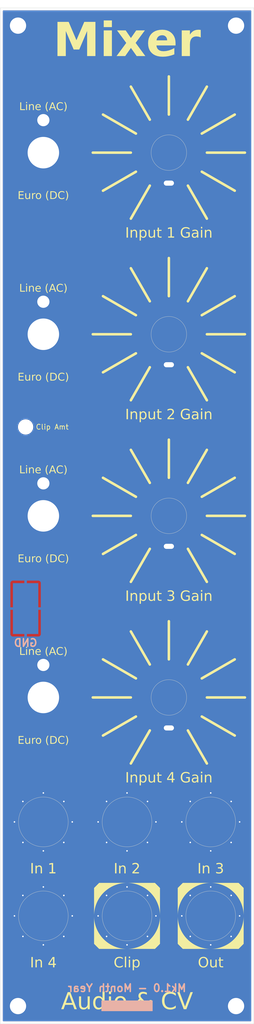
<source format=kicad_pcb>
(kicad_pcb (version 20240108) (generator "pcbnew") (generator_version "8.0")
  (title_block (title "Kosmo Format Front Panel - 5 cm") (company "DMH Instruments"))
  (layers (0 "F.Cu" signal) (31 "B.Cu" signal) (34 "B.Paste" user) (35 "F.Paste" user) (36 "B.SilkS" user "B.Silkscreen") (37 "F.SilkS" user "F.Silkscreen") (38 "B.Mask" user) (39 "F.Mask" user) (44 "Edge.Cuts" user))
  (net 0 "")
  (net 1 "GND")
  (footprint "SynthStuff:MountingHole_Rails" (layer "F.Cu") (at 53.5 226.5)
    (property "Reference" "H3")
    (property "Value" "MountingHole_Rails" (hide yes))
    (pad "1" thru_hole circle (at 0 0) (size 4 4) (drill 3.2) (layers "*.Cu" "*.Mask") (net 1 "GND"))
  )
  (footprint "SynthStuff:Toggle_Switch_Cutout" (layer "F.Cu") (at 58.5 130)
    (property "Reference" "H18")
    (property "Value" "Input 3 Line/10Vpp" (hide yes))
    (pad "1" thru_hole circle (at 0 -6.4) (size 2.9 2.9) (drill 2.4) (layers "*.Cu" "*.Mask") (net 1 "GND"))
    (pad "1" thru_hole circle (at 0 0) (size 13 13) (drill 6.2) (layers "*.Cu" "*.Mask") (net 1 "GND"))
  )
  (footprint "SynthStuff:Jack_6.35mm_Cutout_Output_v6" (layer "F.Cu") (at 91.5 208.75)
    (property "Reference" "H8")
    (property "Value" "Out" (at 0 9.3 0) (layer "F.SilkS") (effects (font (size 2 2))))
    (fp_poly (pts (xy -6.5 5.5) (arc (start -6.5 0) (mid -4.596194 4.596194) (end 0 6.5)) (xy -5.5 6.5)) (fill solid) (layer "F.SilkS"))
    (fp_poly (pts (xy -5.5 -6.5) (arc (start 0 -6.5) (mid -4.596194 -4.596194) (end -6.5 0)) (xy -6.5 -5.5)) (fill solid) (layer "F.SilkS"))
    (fp_poly (pts (xy 5.5 6.5) (arc (start 0 6.5) (mid 4.596194 4.596194) (end 6.5 0)) (xy 6.5 5.5)) (fill solid) (layer "F.SilkS"))
    (fp_poly (pts (xy 6.5 -5.5) (arc (start 6.5 0) (mid 4.596194 -4.596194) (end 0 -6.5)) (xy 5.5 -6.5)) (fill solid) (layer "F.SilkS"))
    (fp_circle (center 0 0) (end 0 -4.9) (stroke (width 0.05)) (fill none) (layer "Edge.Cuts"))
    (pad "1" thru_hole circle (at -5.7 0) (size 0.5 0.5) (drill 0.3) (layers "*.Cu" "*.Mask") (net 1 "GND"))
    (pad "1" thru_hole circle (at -4.04 -4.03) (size 0.5 0.5) (drill 0.3) (layers "*.Cu" "*.Mask") (net 1 "GND"))
    (pad "1" thru_hole circle (at -4.03 4.04) (size 0.5 0.5) (drill 0.3) (layers "*.Cu" "*.Mask") (net 1 "GND"))
    (pad "1" thru_hole circle (at 0 -5.7) (size 0.5 0.5) (drill 0.3) (layers "*.Cu" "*.Mask") (net 1 "GND"))
    (pad "1" connect circle (at 0 0) (size 12 12) (layers "F.Cu" "F.Mask") (net 1 "GND"))
    (pad "1" connect circle (at 0 0) (size 12 12) (layers "B.Cu" "B.Mask") (net 1 "GND"))
    (pad "1" thru_hole circle (at 0 5.7) (size 0.5 0.5) (drill 0.3) (layers "*.Cu" "*.Mask") (net 1 "GND"))
    (pad "1" thru_hole circle (at 4.03 4.04) (size 0.5 0.5) (drill 0.3) (layers "*.Cu" "*.Mask") (net 1 "GND"))
    (pad "1" thru_hole circle (at 4.04 -4.03) (size 0.5 0.5) (drill 0.3) (layers "*.Cu" "*.Mask") (net 1 "GND"))
    (pad "1" thru_hole circle (at 5.7 0) (size 0.5 0.5) (drill 0.3) (layers "*.Cu" "*.Mask") (net 1 "GND"))
  )
  (footprint "SynthStuff:Jack_6.35mm_Cutout_v3" (layer "F.Cu") (at 58.5 190.25)
    (property "Reference" "H5")
    (property "Value" "In 1" (at 0 9.3 0) (layer "F.SilkS") (effects (font (size 2 2))))
    (fp_circle (center 0 0) (end 0 -4.9) (stroke (width 0.05)) (fill none) (layer "Edge.Cuts"))
    (pad "1" thru_hole circle (at -5.7 0) (size 0.5 0.5) (drill 0.3) (layers "*.Cu" "*.Mask") (net 1 "GND"))
    (pad "1" thru_hole circle (at -4.04 -4.03) (size 0.5 0.5) (drill 0.3) (layers "*.Cu" "*.Mask") (net 1 "GND"))
    (pad "1" thru_hole circle (at -4.03 4.04) (size 0.5 0.5) (drill 0.3) (layers "*.Cu" "*.Mask") (net 1 "GND"))
    (pad "1" thru_hole circle (at 0 -5.7) (size 0.5 0.5) (drill 0.3) (layers "*.Cu" "*.Mask") (net 1 "GND"))
    (pad "1" connect circle (at 0 0) (size 12 12) (layers "F.Cu" "F.Mask") (net 1 "GND"))
    (pad "1" connect circle (at 0 0) (size 12 12) (layers "B.Cu" "B.Mask") (net 1 "GND"))
    (pad "1" thru_hole circle (at 0 5.7) (size 0.5 0.5) (drill 0.3) (layers "*.Cu" "*.Mask") (net 1 "GND"))
    (pad "1" thru_hole circle (at 4.03 4.04) (size 0.5 0.5) (drill 0.3) (layers "*.Cu" "*.Mask") (net 1 "GND"))
    (pad "1" thru_hole circle (at 4.04 -4.03) (size 0.5 0.5) (drill 0.3) (layers "*.Cu" "*.Mask") (net 1 "GND"))
    (pad "1" thru_hole circle (at 5.7 0) (size 0.5 0.5) (drill 0.3) (layers "*.Cu" "*.Mask") (net 1 "GND"))
  )
  (footprint "SynthStuff:Pot_Cutout_Small" (layer "F.Cu") (at 83.25 130)
    (property "Reference" "H13")
    (property "Value" "Input 3 Gain" (at 0 15.9 0) (layer "F.SilkS") (effects (font (size 2 2))))
    (fp_line (start -7.499998 0) (end -15 0) (stroke (width 0.5)) (layer "F.SilkS"))
    (fp_line (start -6.49301 -3.753771) (end -12.992858 -7.495709) (stroke (width 0.5)) (layer "F.SilkS"))
    (fp_line (start -6.49301 3.753772) (end -12.992781 7.495835) (stroke (width 0.5)) (layer "F.SilkS"))
    (fp_line (start -3.753772 -6.49301) (end -7.495837 -12.992783) (stroke (width 0.5)) (layer "F.SilkS"))
    (fp_line (start -3.753771 6.49301) (end -7.495708 12.992854) (stroke (width 0.5)) (layer "F.SilkS"))
    (fp_line (start 0 -7.5) (end 0 -15) (stroke (width 0.5)) (layer "F.SilkS"))
    (fp_line (start 3.753771 -6.49301) (end 7.495709 -12.992858) (stroke (width 0.5)) (layer "F.SilkS"))
    (fp_line (start 3.753772 6.49301) (end 7.495835 12.992782) (stroke (width 0.5)) (layer "F.SilkS"))
    (fp_line (start 6.49301 -3.753772) (end 12.992783 -7.495836) (stroke (width 0.5)) (layer "F.SilkS"))
    (fp_line (start 6.49301 3.753771) (end 12.992855 7.495709) (stroke (width 0.5)) (layer "F.SilkS"))
    (fp_line (start 7.5 0) (end 14.999999 0) (stroke (width 0.5)) (layer "F.SilkS"))
    (fp_circle (center 0 0) (end 0 3.5) (stroke (width 0.05)) (fill none) (layer "Edge.Cuts"))
    (pad "1" connect circle (at 0 0) (size 12 12) (layers "F.Cu" "F.Mask") (net 1 "GND"))
    (pad "1" connect circle (at 0 0) (size 12 12) (layers "B.Cu" "B.Mask") (net 1 "GND"))
    (pad "1" thru_hole oval (at 0 6) (size 2.5 1.5) (drill oval 2 1) (layers "*.Cu" "*.Mask") (net 1 "GND"))
  )
  (footprint "SynthStuff:Toggle_Switch_Cutout" (layer "F.Cu") (at 58.5 58.5)
    (property "Reference" "H14")
    (property "Value" "Input 1 Line/10Vpp" (hide yes))
    (pad "1" thru_hole circle (at 0 -6.4) (size 2.9 2.9) (drill 2.4) (layers "*.Cu" "*.Mask") (net 1 "GND"))
    (pad "1" thru_hole circle (at 0 0) (size 13 13) (drill 6.2) (layers "*.Cu" "*.Mask") (net 1 "GND"))
  )
  (footprint "SynthStuff:Pot_Cutout_Small" (layer "F.Cu") (at 83.25 58.5)
    (property "Reference" "H11")
    (property "Value" "Input 1 Gain" (at 0 15.9 0) (layer "F.SilkS") (effects (font (size 2 2))))
    (fp_line (start -7.499998 0) (end -15 0) (stroke (width 0.5)) (layer "F.SilkS"))
    (fp_line (start -6.49301 -3.753771) (end -12.992858 -7.495709) (stroke (width 0.5)) (layer "F.SilkS"))
    (fp_line (start -6.49301 3.753772) (end -12.992781 7.495835) (stroke (width 0.5)) (layer "F.SilkS"))
    (fp_line (start -3.753772 -6.49301) (end -7.495837 -12.992783) (stroke (width 0.5)) (layer "F.SilkS"))
    (fp_line (start -3.753771 6.49301) (end -7.495708 12.992854) (stroke (width 0.5)) (layer "F.SilkS"))
    (fp_line (start 0 -7.5) (end 0 -15) (stroke (width 0.5)) (layer "F.SilkS"))
    (fp_line (start 3.753771 -6.49301) (end 7.495709 -12.992858) (stroke (width 0.5)) (layer "F.SilkS"))
    (fp_line (start 3.753772 6.49301) (end 7.495835 12.992782) (stroke (width 0.5)) (layer "F.SilkS"))
    (fp_line (start 6.49301 -3.753772) (end 12.992783 -7.495836) (stroke (width 0.5)) (layer "F.SilkS"))
    (fp_line (start 6.49301 3.753771) (end 12.992855 7.495709) (stroke (width 0.5)) (layer "F.SilkS"))
    (fp_line (start 7.5 0) (end 14.999999 0) (stroke (width 0.5)) (layer "F.SilkS"))
    (fp_circle (center 0 0) (end 0 3.5) (stroke (width 0.05)) (fill none) (layer "Edge.Cuts"))
    (pad "1" connect circle (at 0 0) (size 12 12) (layers "F.Cu" "F.Mask") (net 1 "GND"))
    (pad "1" connect circle (at 0 0) (size 12 12) (layers "B.Cu" "B.Mask") (net 1 "GND"))
    (pad "1" thru_hole oval (at 0 6) (size 2.5 1.5) (drill oval 2 1) (layers "*.Cu" "*.Mask") (net 1 "GND"))
  )
  (footprint "SynthStuff:Jack_6.35mm_Cutout_Output_v6" (layer "F.Cu") (at 75 208.75)
    (property "Reference" "H9")
    (property "Value" "Clip" (at 0 9.3 0) (layer "F.SilkS") (effects (font (size 2 2))))
    (fp_poly (pts (xy -6.5 5.5) (arc (start -6.5 0) (mid -4.596194 4.596194) (end 0 6.5)) (xy -5.5 6.5)) (fill solid) (layer "F.SilkS"))
    (fp_poly (pts (xy -5.5 -6.5) (arc (start 0 -6.5) (mid -4.596194 -4.596194) (end -6.5 0)) (xy -6.5 -5.5)) (fill solid) (layer "F.SilkS"))
    (fp_poly (pts (xy 5.5 6.5) (arc (start 0 6.5) (mid 4.596194 4.596194) (end 6.5 0)) (xy 6.5 5.5)) (fill solid) (layer "F.SilkS"))
    (fp_poly (pts (xy 6.5 -5.5) (arc (start 6.5 0) (mid 4.596194 -4.596194) (end 0 -6.5)) (xy 5.5 -6.5)) (fill solid) (layer "F.SilkS"))
    (fp_circle (center 0 0) (end 0 -4.9) (stroke (width 0.05)) (fill none) (layer "Edge.Cuts"))
    (pad "1" thru_hole circle (at -5.7 0) (size 0.5 0.5) (drill 0.3) (layers "*.Cu" "*.Mask") (net 1 "GND"))
    (pad "1" thru_hole circle (at -4.04 -4.03) (size 0.5 0.5) (drill 0.3) (layers "*.Cu" "*.Mask") (net 1 "GND"))
    (pad "1" thru_hole circle (at -4.03 4.04) (size 0.5 0.5) (drill 0.3) (layers "*.Cu" "*.Mask") (net 1 "GND"))
    (pad "1" thru_hole circle (at 0 -5.7) (size 0.5 0.5) (drill 0.3) (layers "*.Cu" "*.Mask") (net 1 "GND"))
    (pad "1" connect circle (at 0 0) (size 12 12) (layers "F.Cu" "F.Mask") (net 1 "GND"))
    (pad "1" connect circle (at 0 0) (size 12 12) (layers "B.Cu" "B.Mask") (net 1 "GND"))
    (pad "1" thru_hole circle (at 0 5.7) (size 0.5 0.5) (drill 0.3) (layers "*.Cu" "*.Mask") (net 1 "GND"))
    (pad "1" thru_hole circle (at 4.03 4.04) (size 0.5 0.5) (drill 0.3) (layers "*.Cu" "*.Mask") (net 1 "GND"))
    (pad "1" thru_hole circle (at 4.04 -4.03) (size 0.5 0.5) (drill 0.3) (layers "*.Cu" "*.Mask") (net 1 "GND"))
    (pad "1" thru_hole circle (at 5.7 0) (size 0.5 0.5) (drill 0.3) (layers "*.Cu" "*.Mask") (net 1 "GND"))
  )
  (footprint "SynthStuff:Toggle_Switch_Cutout" (layer "F.Cu") (at 58.5 165.75)
    (property "Reference" "H19")
    (property "Value" "Input 4 Line/10Vpp" (hide yes))
    (pad "1" thru_hole circle (at 0 -6.4) (size 2.9 2.9) (drill 2.4) (layers "*.Cu" "*.Mask") (net 1 "GND"))
    (pad "1" thru_hole circle (at 0 0) (size 13 13) (drill 6.2) (layers "*.Cu" "*.Mask") (net 1 "GND"))
  )
  (footprint "SynthStuff:Jack_6.35mm_Cutout_v3" (layer "F.Cu") (at 75 190.25)
    (property "Reference" "H6")
    (property "Value" "In 2" (at 0 9.3 0) (layer "F.SilkS") (effects (font (size 2 2))))
    (fp_circle (center 0 0) (end 0 -4.9) (stroke (width 0.05)) (fill none) (layer "Edge.Cuts"))
    (pad "1" thru_hole circle (at -5.7 0) (size 0.5 0.5) (drill 0.3) (layers "*.Cu" "*.Mask") (net 1 "GND"))
    (pad "1" thru_hole circle (at -4.04 -4.03) (size 0.5 0.5) (drill 0.3) (layers "*.Cu" "*.Mask") (net 1 "GND"))
    (pad "1" thru_hole circle (at -4.03 4.04) (size 0.5 0.5) (drill 0.3) (layers "*.Cu" "*.Mask") (net 1 "GND"))
    (pad "1" thru_hole circle (at 0 -5.7) (size 0.5 0.5) (drill 0.3) (layers "*.Cu" "*.Mask") (net 1 "GND"))
    (pad "1" connect circle (at 0 0) (size 12 12) (layers "F.Cu" "F.Mask") (net 1 "GND"))
    (pad "1" connect circle (at 0 0) (size 12 12) (layers "B.Cu" "B.Mask") (net 1 "GND"))
    (pad "1" thru_hole circle (at 0 5.7) (size 0.5 0.5) (drill 0.3) (layers "*.Cu" "*.Mask") (net 1 "GND"))
    (pad "1" thru_hole circle (at 4.03 4.04) (size 0.5 0.5) (drill 0.3) (layers "*.Cu" "*.Mask") (net 1 "GND"))
    (pad "1" thru_hole circle (at 4.04 -4.03) (size 0.5 0.5) (drill 0.3) (layers "*.Cu" "*.Mask") (net 1 "GND"))
    (pad "1" thru_hole circle (at 5.7 0) (size 0.5 0.5) (drill 0.3) (layers "*.Cu" "*.Mask") (net 1 "GND"))
  )
  (footprint "SynthStuff:Jack_6.35mm_Cutout_v3" (layer "F.Cu") (at 91.5 190.25)
    (property "Reference" "H7")
    (property "Value" "In 3" (at 0 9.3 0) (layer "F.SilkS") (effects (font (size 2 2))))
    (fp_circle (center 0 0) (end 0 -4.9) (stroke (width 0.05)) (fill none) (layer "Edge.Cuts"))
    (pad "1" thru_hole circle (at -5.7 0) (size 0.5 0.5) (drill 0.3) (layers "*.Cu" "*.Mask") (net 1 "GND"))
    (pad "1" thru_hole circle (at -4.04 -4.03) (size 0.5 0.5) (drill 0.3) (layers "*.Cu" "*.Mask") (net 1 "GND"))
    (pad "1" thru_hole circle (at -4.03 4.04) (size 0.5 0.5) (drill 0.3) (layers "*.Cu" "*.Mask") (net 1 "GND"))
    (pad "1" thru_hole circle (at 0 -5.7) (size 0.5 0.5) (drill 0.3) (layers "*.Cu" "*.Mask") (net 1 "GND"))
    (pad "1" connect circle (at 0 0) (size 12 12) (layers "F.Cu" "F.Mask") (net 1 "GND"))
    (pad "1" connect circle (at 0 0) (size 12 12) (layers "B.Cu" "B.Mask") (net 1 "GND"))
    (pad "1" thru_hole circle (at 0 5.7) (size 0.5 0.5) (drill 0.3) (layers "*.Cu" "*.Mask") (net 1 "GND"))
    (pad "1" thru_hole circle (at 4.03 4.04) (size 0.5 0.5) (drill 0.3) (layers "*.Cu" "*.Mask") (net 1 "GND"))
    (pad "1" thru_hole circle (at 4.04 -4.03) (size 0.5 0.5) (drill 0.3) (layers "*.Cu" "*.Mask") (net 1 "GND"))
    (pad "1" thru_hole circle (at 5.7 0) (size 0.5 0.5) (drill 0.3) (layers "*.Cu" "*.Mask") (net 1 "GND"))
  )
  (footprint "SynthStuff:Pot_Cutout_Small" (layer "F.Cu") (at 83.25 94.25)
    (property "Reference" "H12")
    (property "Value" "Input 2 Gain" (at 0 15.9 0) (layer "F.SilkS") (effects (font (size 2 2))))
    (fp_line (start -7.499998 0) (end -15 0) (stroke (width 0.5)) (layer "F.SilkS"))
    (fp_line (start -6.49301 -3.753771) (end -12.992858 -7.495709) (stroke (width 0.5)) (layer "F.SilkS"))
    (fp_line (start -6.49301 3.753772) (end -12.992781 7.495835) (stroke (width 0.5)) (layer "F.SilkS"))
    (fp_line (start -3.753772 -6.49301) (end -7.495837 -12.992783) (stroke (width 0.5)) (layer "F.SilkS"))
    (fp_line (start -3.753771 6.49301) (end -7.495708 12.992854) (stroke (width 0.5)) (layer "F.SilkS"))
    (fp_line (start 0 -7.5) (end 0 -15) (stroke (width 0.5)) (layer "F.SilkS"))
    (fp_line (start 3.753771 -6.49301) (end 7.495709 -12.992858) (stroke (width 0.5)) (layer "F.SilkS"))
    (fp_line (start 3.753772 6.49301) (end 7.495835 12.992782) (stroke (width 0.5)) (layer "F.SilkS"))
    (fp_line (start 6.49301 -3.753772) (end 12.992783 -7.495836) (stroke (width 0.5)) (layer "F.SilkS"))
    (fp_line (start 6.49301 3.753771) (end 12.992855 7.495709) (stroke (width 0.5)) (layer "F.SilkS"))
    (fp_line (start 7.5 0) (end 14.999999 0) (stroke (width 0.5)) (layer "F.SilkS"))
    (fp_circle (center 0 0) (end 0 3.5) (stroke (width 0.05)) (fill none) (layer "Edge.Cuts"))
    (pad "1" connect circle (at 0 0) (size 12 12) (layers "F.Cu" "F.Mask") (net 1 "GND"))
    (pad "1" connect circle (at 0 0) (size 12 12) (layers "B.Cu" "B.Mask") (net 1 "GND"))
    (pad "1" thru_hole oval (at 0 6) (size 2.5 1.5) (drill oval 2 1) (layers "*.Cu" "*.Mask") (net 1 "GND"))
  )
  (footprint "SynthStuff:Jack_6.35mm_Cutout_v3" (layer "F.Cu") (at 58.5 208.75)
    (property "Reference" "H15")
    (property "Value" "In 4" (at 0 9.3 0) (layer "F.SilkS") (effects (font (size 2 2))))
    (fp_circle (center 0 0) (end 0 -4.9) (stroke (width 0.05)) (fill none) (layer "Edge.Cuts"))
    (pad "1" thru_hole circle (at -5.7 0) (size 0.5 0.5) (drill 0.3) (layers "*.Cu" "*.Mask") (net 1 "GND"))
    (pad "1" thru_hole circle (at -4.04 -4.03) (size 0.5 0.5) (drill 0.3) (layers "*.Cu" "*.Mask") (net 1 "GND"))
    (pad "1" thru_hole circle (at -4.03 4.04) (size 0.5 0.5) (drill 0.3) (layers "*.Cu" "*.Mask") (net 1 "GND"))
    (pad "1" thru_hole circle (at 0 -5.7) (size 0.5 0.5) (drill 0.3) (layers "*.Cu" "*.Mask") (net 1 "GND"))
    (pad "1" connect circle (at 0 0) (size 12 12) (layers "F.Cu" "F.Mask") (net 1 "GND"))
    (pad "1" connect circle (at 0 0) (size 12 12) (layers "B.Cu" "B.Mask") (net 1 "GND"))
    (pad "1" thru_hole circle (at 0 5.7) (size 0.5 0.5) (drill 0.3) (layers "*.Cu" "*.Mask") (net 1 "GND"))
    (pad "1" thru_hole circle (at 4.03 4.04) (size 0.5 0.5) (drill 0.3) (layers "*.Cu" "*.Mask") (net 1 "GND"))
    (pad "1" thru_hole circle (at 4.04 -4.03) (size 0.5 0.5) (drill 0.3) (layers "*.Cu" "*.Mask") (net 1 "GND"))
    (pad "1" thru_hole circle (at 5.7 0) (size 0.5 0.5) (drill 0.3) (layers "*.Cu" "*.Mask") (net 1 "GND"))
  )
  (footprint "SynthStuff:MountingHole_Rails" (layer "F.Cu") (at 96.5 33.5)
    (property "Reference" "H2")
    (property "Value" "MountingHole_Rails" (hide yes))
    (pad "1" thru_hole circle (at 0 0) (size 4 4) (drill 3.2) (layers "*.Cu" "*.Mask") (net 1 "GND"))
  )
  (footprint "SynthStuff:MountingHole_Rails" (layer "F.Cu") (at 96.5 226.5)
    (property "Reference" "H4")
    (property "Value" "MountingHole_Rails" (hide yes))
    (pad "1" thru_hole circle (at 0 0) (size 4 4) (drill 3.2) (layers "*.Cu" "*.Mask") (net 1 "GND"))
  )
  (footprint "SynthStuff:Pot_Cutout_Small" (layer "F.Cu") (at 83.25 165.75)
    (property "Reference" "H16")
    (property "Value" "Input 4 Gain" (at 0 15.9 0) (layer "F.SilkS") (effects (font (size 2 2))))
    (fp_line (start -7.499998 0) (end -15 0) (stroke (width 0.5)) (layer "F.SilkS"))
    (fp_line (start -6.49301 -3.753771) (end -12.992858 -7.495709) (stroke (width 0.5)) (layer "F.SilkS"))
    (fp_line (start -6.49301 3.753772) (end -12.992781 7.495835) (stroke (width 0.5)) (layer "F.SilkS"))
    (fp_line (start -3.753772 -6.49301) (end -7.495837 -12.992783) (stroke (width 0.5)) (layer "F.SilkS"))
    (fp_line (start -3.753771 6.49301) (end -7.495708 12.992854) (stroke (width 0.5)) (layer "F.SilkS"))
    (fp_line (start 0 -7.5) (end 0 -15) (stroke (width 0.5)) (layer "F.SilkS"))
    (fp_line (start 3.753771 -6.49301) (end 7.495709 -12.992858) (stroke (width 0.5)) (layer "F.SilkS"))
    (fp_line (start 3.753772 6.49301) (end 7.495835 12.992782) (stroke (width 0.5)) (layer "F.SilkS"))
    (fp_line (start 6.49301 -3.753772) (end 12.992783 -7.495836) (stroke (width 0.5)) (layer "F.SilkS"))
    (fp_line (start 6.49301 3.753771) (end 12.992855 7.495709) (stroke (width 0.5)) (layer "F.SilkS"))
    (fp_line (start 7.5 0) (end 14.999999 0) (stroke (width 0.5)) (layer "F.SilkS"))
    (fp_circle (center 0 0) (end 0 3.5) (stroke (width 0.05)) (fill none) (layer "Edge.Cuts"))
    (pad "1" connect circle (at 0 0) (size 12 12) (layers "F.Cu" "F.Mask") (net 1 "GND"))
    (pad "1" connect circle (at 0 0) (size 12 12) (layers "B.Cu" "B.Mask") (net 1 "GND"))
    (pad "1" thru_hole oval (at 0 6) (size 2.5 1.5) (drill oval 2 1) (layers "*.Cu" "*.Mask") (net 1 "GND"))
  )
  (footprint "SynthStuff:MountingHole_Rails" (layer "F.Cu") (at 53.5 33.5)
    (property "Reference" "H1")
    (property "Value" "MountingHole_Rails" (hide yes))
    (pad "1" thru_hole circle (at 0 0) (size 4 4) (drill 3.2) (layers "*.Cu" "*.Mask") (net 1 "GND"))
  )
  (footprint "SynthStuff:Toggle_Switch_Cutout" (layer "F.Cu") (at 58.5 94.25)
    (property "Reference" "H17")
    (property "Value" "Input 2 Line/10Vpp" (hide yes))
    (pad "1" thru_hole circle (at 0 -6.4) (size 2.9 2.9) (drill 2.4) (layers "*.Cu" "*.Mask") (net 1 "GND"))
    (pad "1" thru_hole circle (at 0 0) (size 13 13) (drill 6.2) (layers "*.Cu" "*.Mask") (net 1 "GND"))
  )
  (footprint "SynthStuff:MountingHole_TrimPot" (layer "F.Cu") (at 55 112.5)
    (property "Reference" "H10")
    (property "Value" "Clip Amt" (at 5.25 0 0) (layer "F.SilkS"))
    (pad "" np_thru_hole circle (at 0 0) (size 2.5 2.5) (drill 2.5) (layers "*.Cu" "*.Mask"))
  )
  (footprint "SynthStuff:Panel_GND_SolderWirePad_5x10mm" (layer "B.Cu") (at 55 148.25 180)
    (property "Reference" "J0" (hide yes))
    (property "Value" "Panel_GND_Solder_Wire_Pad" (hide yes))
    (property "Function" "GND" (at 0 -6.75 0) (layer "B.SilkS") (effects (font (size 1.5 1.5) (thickness 0.3) (bold yes)) (justify mirror)))
    (pad "1" smd rect (at 0 0 180) (size 5 10) (layers "B.Cu" "B.Paste" "B.Mask") (net 1 "GND"))
  )
  (gr_rect (start 70 225.45) (end 80 227.45) (stroke (width 0.1)) (fill solid) (layer "B.SilkS"))
  (gr_rect (start 50 30) (end 100 230) (stroke (width 0.05)) (fill none) (layer "Edge.Cuts"))
  (gr_text "Mk1.0 - Month Year" (at 75 222.95 0) (layer "B.SilkS") (effects (font (size 1.5 1.5) (thickness 0.3) (bold yes)) (justify mirror)))
  (gr_text "Line (AC)" (at 58.5 49.5 0) (layer "F.SilkS") (effects (font (size 1.5 1.5))))
  (gr_text "Mixer" (at 75 36.75 0) (layer "F.SilkS") (effects (font (size 6.6 6.6) (thickness 0.8) (bold yes))))
  (gr_text "Line (AC)" (at 58.5 85.25 0) (layer "F.SilkS") (effects (font (size 1.5 1.5))))
  (gr_text "Euro (DC)" (at 58.5 138.5 0) (layer "F.SilkS") (effects (font (size 1.5 1.5))))
  (gr_text "Euro (DC)" (at 58.5 174.25 0) (layer "F.SilkS") (effects (font (size 1.5 1.5))))
  (gr_text "Euro (DC)" (at 58.5 102.75 0) (layer "F.SilkS") (effects (font (size 1.5 1.5))))
  (gr_text "Line (AC)" (at 58.5 156.75 0) (layer "F.SilkS") (effects (font (size 1.5 1.5))))
  (gr_text "Euro (DC)" (at 58.5 67 0) (layer "F.SilkS") (effects (font (size 1.5 1.5))))
  (gr_text "Line (AC)" (at 58.5 121 0) (layer "F.SilkS") (effects (font (size 1.5 1.5))))
  (gr_text "Audio & CV" (at 75 225.75 0) (layer "F.SilkS") (effects (font (size 3.3 3.3) (thickness 0.825))))
  (zone (net 1) (net_name "GND") (layers "F&B.Cu") (name "GroundPlane") (connect_pads yes (clearance 0.5)) (min_thickness 0.25) (fill yes (thermal_gap 0.5) (thermal_bridge_width 0.5))
    (polygon (pts (xy 50 30) (xy 100 30) (xy 100 230) (xy 50 230)))
  )
)
</source>
